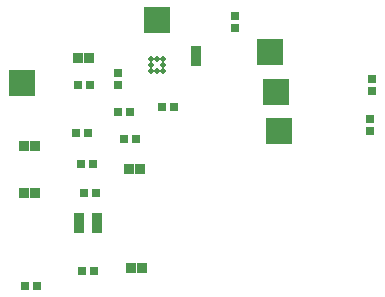
<source format=gbr>
G04 EAGLE Gerber RS-274X export*
G75*
%MOMM*%
%FSLAX34Y34*%
%LPD*%
%INSoldermask Top*%
%IPPOS*%
%AMOC8*
5,1,8,0,0,1.08239X$1,22.5*%
G01*
G04 Define Apertures*
%ADD10R,0.823200X0.853200*%
%ADD11R,0.823200X0.823200*%
%ADD12R,0.853200X0.823200*%
%ADD13R,2.203200X2.203200*%
%ADD14C,0.509200*%
%ADD15R,0.678200X0.703200*%
%ADD16R,0.703200X0.678200*%
D10*
X207010Y128950D03*
X207010Y137750D03*
D11*
X151784Y-46280D03*
X160784Y-46280D03*
D10*
X123190Y-12020D03*
X123190Y-3220D03*
X107950Y-12020D03*
X107950Y-3220D03*
D12*
X70440Y17780D03*
X61640Y17780D03*
D11*
X61540Y57150D03*
X70540Y57150D03*
D12*
X107360Y132080D03*
X116160Y132080D03*
D11*
X150440Y38100D03*
X159440Y38100D03*
D13*
X276860Y69850D03*
X274320Y102870D03*
X59690Y110490D03*
D14*
X168990Y130730D03*
X173990Y130730D03*
X178990Y130730D03*
X168990Y125730D03*
X178990Y125730D03*
X168990Y120730D03*
X173990Y120730D03*
X178990Y120730D03*
D15*
X188005Y90170D03*
X177755Y90170D03*
X106640Y109220D03*
X116880Y109220D03*
X119425Y41910D03*
X109175Y41910D03*
D16*
X140970Y109175D03*
X140970Y119425D03*
D15*
X156255Y63500D03*
X146005Y63500D03*
D16*
X240030Y157440D03*
X240030Y167680D03*
X355600Y104100D03*
X355600Y114340D03*
X354330Y80055D03*
X354330Y69805D03*
D15*
X110450Y-48260D03*
X120690Y-48260D03*
X72430Y-60960D03*
X62190Y-60960D03*
X121960Y17780D03*
X111720Y17780D03*
X140930Y86360D03*
X151170Y86360D03*
X115615Y68540D03*
X105365Y68540D03*
D13*
X173990Y163830D03*
X269240Y137160D03*
M02*

</source>
